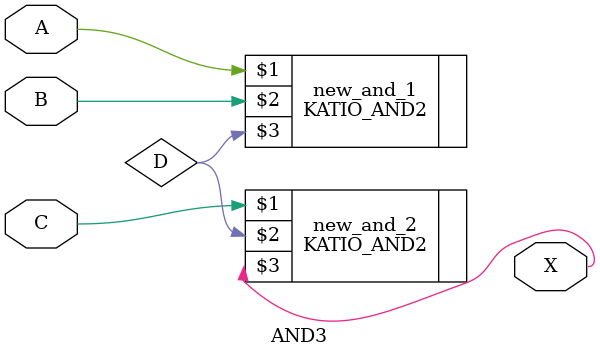
<source format=v>

module AND3 (
	input A,
	input B,
	input C,
	output X );

	wire D;
	KATIO_AND2 new_and_1 (A, B, D);
	KATIO_AND2 new_and_2 (C, D, X);

endmodule

</source>
